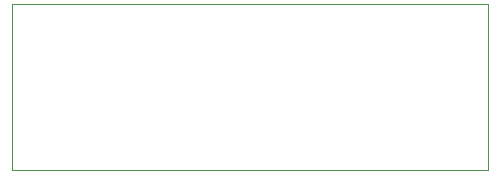
<source format=gbr>
G04 #@! TF.FileFunction,Other,User*
%FSLAX46Y46*%
G04 Gerber Fmt 4.6, Leading zero omitted, Abs format (unit mm)*
G04 Created by KiCad (PCBNEW 4.0.1-3.201512221402+6198~38~ubuntu14.04.1-stable) date Wed 17 Aug 2016 03:48:48 PM PDT*
%MOMM*%
G01*
G04 APERTURE LIST*
%ADD10C,0.100000*%
%ADD11C,0.050000*%
G04 APERTURE END LIST*
D10*
D11*
X154006000Y-90392000D02*
X113756000Y-90392000D01*
X154006000Y-90392000D02*
X154006000Y-76392000D01*
X113756000Y-90392000D02*
X113756000Y-76392000D01*
X154006000Y-76392000D02*
X113806000Y-76392000D01*
M02*

</source>
